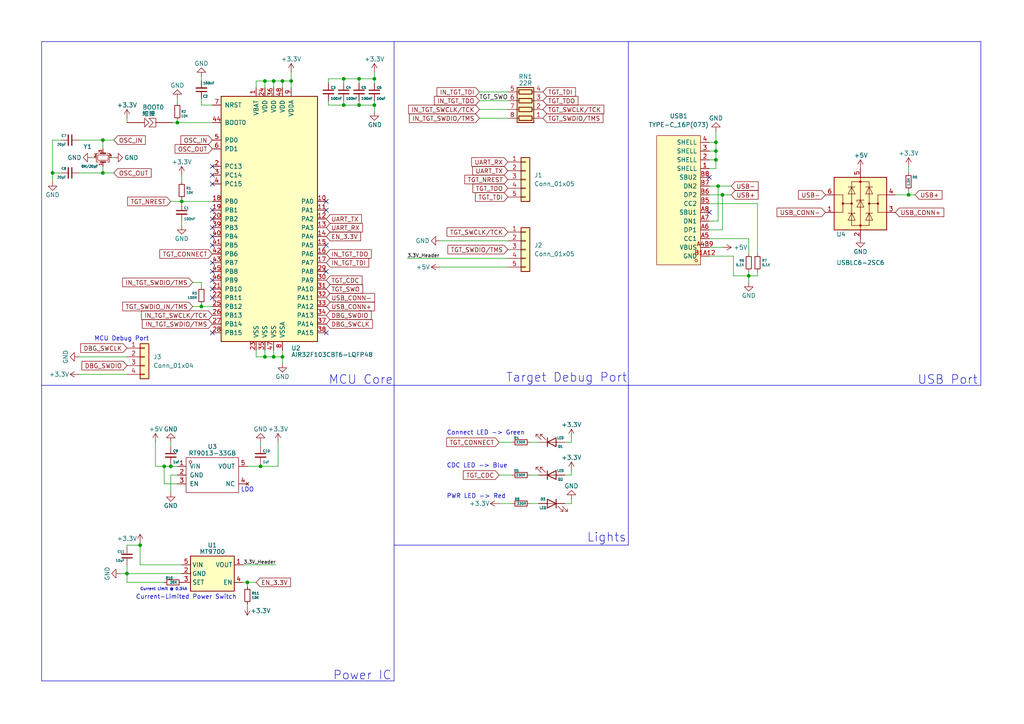
<source format=kicad_sch>
(kicad_sch (version 20211123) (generator eeschema)
  (paper "A4")
  (title_block (title "SWD WHISPERER") (date "2023-02-06") (rev "1.6") (company "[REDACTED]") (comment 1 "SWD, JTAG, USB CDC, ITM Trace/SWO") (comment 2 "This DAPLink Hardware Build Support:"))
  (lib_symbols
    (symbol "Connector_Generic:Conn_01x04" (pin_names (offset 1.016) hide)
      (property "Reference" "J" (at 0 5.08 0))
      (property "Value" "Conn_01x04" (at 0 -7.62 0))
      (symbol "Conn_01x04_1_1"
        (rectangle (start -1.27 -4.953) (end 0 -5.207) (stroke (width 0.1524)))
        (rectangle (start -1.27 -2.413) (end 0 -2.667) (stroke (width 0.1524)))
        (rectangle (start -1.27 0.127) (end 0 -0.127) (stroke (width 0.1524)))
        (rectangle (start -1.27 2.667) (end 0 2.413) (stroke (width 0.1524)))
        (rectangle (start -1.27 3.81) (end 1.27 -6.35) (stroke (width 0.254)) (fill (type background)))
        (pin passive line (at -5.08 2.54 0) (length 3.81) (name "Pin_1") (number "1"))
        (pin passive line (at -5.08 0 0) (length 3.81) (name "Pin_2") (number "2"))
        (pin passive line (at -5.08 -2.54 0) (length 3.81) (name "Pin_3") (number "3"))
        (pin passive line (at -5.08 -5.08 0) (length 3.81) (name "Pin_4") (number "4"))
      )
    )
    (symbol "Connector_Generic:Conn_01x05" (pin_names (offset 1.016) hide)
      (property "Reference" "J" (at 0 7.62 0))
      (property "Value" "Conn_01x05" (at 0 -7.62 0))
      (symbol "Conn_01x05_1_1"
        (rectangle (start -1.27 -4.953) (end 0 -5.207) (stroke (width 0.1524)))
        (rectangle (start -1.27 -2.413) (end 0 -2.667) (stroke (width 0.1524)))
        (rectangle (start -1.27 0.127) (end 0 -0.127) (stroke (width 0.1524)))
        (rectangle (start -1.27 2.667) (end 0 2.413) (stroke (width 0.1524)))
        (rectangle (start -1.27 5.207) (end 0 4.953) (stroke (width 0.1524)))
        (rectangle (start -1.27 6.35) (end 1.27 -6.35) (stroke (width 0.254)) (fill (type background)))
        (pin passive line (at -5.08 5.08 0) (length 3.81) (name "Pin_1") (number "1"))
        (pin passive line (at -5.08 2.54 0) (length 3.81) (name "Pin_2") (number "2"))
        (pin passive line (at -5.08 0 0) (length 3.81) (name "Pin_3") (number "3"))
        (pin passive line (at -5.08 -2.54 0) (length 3.81) (name "Pin_4") (number "4"))
        (pin passive line (at -5.08 -5.08 0) (length 3.81) (name "Pin_5") (number "5"))
      )
    )
    (symbol "Device:C_Small" (pin_numbers hide) (pin_names (offset 0.254) hide)
      (property "Reference" "C" (at 0.254 1.778 0))
      (property "Value" "C_Small" (at 0.254 -2.032 0))
      (symbol "C_Small_0_1"
        (polyline (pts (xy -1.524 -0.508) (xy 1.524 -0.508)) (stroke (width 0.3302)))
        (polyline (pts (xy -1.524 0.508) (xy 1.524 0.508)) (stroke (width 0.3048)))
      )
      (symbol "C_Small_1_1"
        (pin passive line (at 0 2.54 270) (length 2.032) (name "~") (number "1"))
        (pin passive line (at 0 -2.54 90) (length 2.032) (name "~") (number "2"))
      )
    )
    (symbol "Device:Crystal_GND24_Small" (pin_names (offset 1.016) hide)
      (property "Reference" "Y" (at 1.27 4.445 0))
      (property "Value" "Crystal_GND24_Small" (at 1.27 2.54 0))
      (symbol "Crystal_GND24_Small_0_1"
        (rectangle (start -0.762 -1.524) (end 0.762 1.524))
        (polyline (pts (xy -1.27 -0.762) (xy -1.27 0.762)) (stroke (width 0.381)))
        (polyline (pts (xy 1.27 -0.762) (xy 1.27 0.762)) (stroke (width 0.381)))
        (polyline (pts (xy -1.27 -1.27) (xy -1.27 -1.905) (xy 1.27 -1.905) (xy 1.27 -1.27)))
        (polyline (pts (xy -1.27 1.27) (xy -1.27 1.905) (xy 1.27 1.905) (xy 1.27 1.27)))
      )
      (symbol "Crystal_GND24_Small_1_1"
        (pin passive line (at -2.54 0 0) (length 1.27) (name "1") (number "1"))
        (pin passive line (at 0 -2.54 90) (length 0.635) (name "2") (number "2"))
        (pin passive line (at 2.54 0 180) (length 1.27) (name "3") (number "3"))
        (pin passive line (at 0 2.54 270) (length 0.635) (name "4") (number "4"))
      )
    )
    (symbol "Device:LED" (pin_numbers hide) (pin_names (offset 1.016) hide)
      (property "Reference" "D" (at 0 2.54 0))
      (property "Value" "LED" (at 0 -2.54 0))
      (symbol "LED_0_1"
        (polyline (pts (xy -1.27 -1.27) (xy -1.27 1.27)) (stroke (width 0.254)))
        (polyline (pts (xy -1.27 0) (xy 1.27 0)))
        (polyline (pts (xy 1.27 -1.27) (xy 1.27 1.27) (xy -1.27 0) (xy 1.27 -1.27)) (stroke (width 0.254)))
        (polyline (pts (xy -3.048 -0.762) (xy -4.572 -2.286) (xy -3.81 -2.286) (xy -4.572 -2.286) (xy -4.572 -1.524)))
        (polyline (pts (xy -1.778 -0.762) (xy -3.302 -2.286) (xy -2.54 -2.286) (xy -3.302 -2.286) (xy -3.302 -1.524)))
      )
      (symbol "LED_1_1"
        (pin passive line (at -3.81 0 0) (length 2.54) (name "K") (number "1"))
        (pin passive line (at 3.81 0 180) (length 2.54) (name "A") (number "2"))
      )
    )
    (symbol "Device:R_Pack04" (pin_names (offset 0) hide)
      (property "Reference" "RN" (at -7.62 0 90))
      (property "Value" "R_Pack04" (at 5.08 0 90))
      (symbol "R_Pack04_0_1"
        (rectangle (start -6.35 -2.413) (end 3.81 2.413) (stroke (width 0.254)) (fill (type background)))
        (rectangle (start -5.715 1.905) (end -4.445 -1.905) (stroke (width 0.254)))
        (rectangle (start -3.175 1.905) (end -1.905 -1.905) (stroke (width 0.254)))
        (rectangle (start -0.635 1.905) (end 0.635 -1.905) (stroke (width 0.254)))
        (polyline (pts (xy -5.08 -2.54) (xy -5.08 -1.905)))
        (polyline (pts (xy -5.08 1.905) (xy -5.08 2.54)))
        (polyline (pts (xy -2.54 -2.54) (xy -2.54 -1.905)))
        (polyline (pts (xy -2.54 1.905) (xy -2.54 2.54)))
        (polyline (pts (xy 0 -2.54) (xy 0 -1.905)))
        (polyline (pts (xy 0 1.905) (xy 0 2.54)))
        (polyline (pts (xy 2.54 -2.54) (xy 2.54 -1.905)))
        (polyline (pts (xy 2.54 1.905) (xy 2.54 2.54)))
        (rectangle (start 1.905 1.905) (end 3.175 -1.905) (stroke (width 0.254)))
      )
      (symbol "R_Pack04_1_1"
        (pin passive line (at -5.08 -5.08 90) (length 2.54) (name "R1.1") (number "1"))
        (pin passive line (at -2.54 -5.08 90) (length 2.54) (name "R2.1") (number "2"))
        (pin passive line (at 0 -5.08 90) (length 2.54) (name "R3.1") (number "3"))
        (pin passive line (at 2.54 -5.08 90) (length 2.54) (name "R4.1") (number "4"))
        (pin passive line (at 2.54 5.08 270) (length 2.54) (name "R4.2") (number "5"))
        (pin passive line (at 0 5.08 270) (length 2.54) (name "R3.2") (number "6"))
        (pin passive line (at -2.54 5.08 270) (length 2.54) (name "R2.2") (number "7"))
        (pin passive line (at -5.08 5.08 270) (length 2.54) (name "R1.2") (number "8"))
      )
    )
    (symbol "Device:R_Small" (pin_numbers hide) (pin_names (offset 0.254) hide)
      (property "Reference" "R" (at 0.762 0.508 0))
      (property "Value" "R_Small" (at 0.762 -1.016 0))
      (symbol "R_Small_0_1"
        (rectangle (start -0.762 1.778) (end 0.762 -1.778) (stroke (width 0.2032)))
      )
      (symbol "R_Small_1_1"
        (pin passive line (at 0 2.54 270) (length 0.762) (name "~") (number "1"))
        (pin passive line (at 0 -2.54 90) (length 0.762) (name "~") (number "2"))
      )
    )
    (symbol "Power_Protection:USBLC6-2SC6" (pin_names hide)
      (property "Reference" "U" (at 2.54 8.89 0))
      (property "Value" "USBLC6-2SC6" (at 2.54 -8.89 0))
      (symbol "USBLC6-2SC6_0_1"
        (rectangle (start -7.62 -7.62) (end 7.62 7.62) (stroke (width 0.254)) (fill (type background)))
        (circle (center -5.08 0) (radius 0.254) (fill (type outline)))
        (circle (center -2.54 0) (radius 0.254) (fill (type outline)))
        (rectangle (start -2.54 6.35) (end 2.54 -6.35))
        (circle (center 0 -6.35) (radius 0.254) (fill (type outline)))
        (polyline (pts (xy -5.08 -2.54) (xy -7.62 -2.54)))
        (polyline (pts (xy -5.08 0) (xy -5.08 -2.54)))
        (polyline (pts (xy -5.08 2.54) (xy -7.62 2.54)))
        (polyline (pts (xy -1.524 -2.794) (xy -3.556 -2.794)))
        (polyline (pts (xy -1.524 4.826) (xy -3.556 4.826)))
        (polyline (pts (xy 0 -7.62) (xy 0 -6.35)))
        (polyline (pts (xy 0 -6.35) (xy 0 1.27)))
        (polyline (pts (xy 0 1.27) (xy 0 6.35)))
        (polyline (pts (xy 0 6.35) (xy 0 7.62)))
        (polyline (pts (xy 1.524 -2.794) (xy 3.556 -2.794)))
        (polyline (pts (xy 1.524 4.826) (xy 3.556 4.826)))
        (polyline (pts (xy 5.08 -2.54) (xy 7.62 -2.54)))
        (polyline (pts (xy 5.08 0) (xy 5.08 -2.54)))
        (polyline (pts (xy 5.08 2.54) (xy 7.62 2.54)))
        (polyline (pts (xy -2.54 0) (xy -5.08 0) (xy -5.08 2.54)))
        (polyline (pts (xy 2.54 0) (xy 5.08 0) (xy 5.08 2.54)))
        (polyline (pts (xy -3.556 -4.826) (xy -1.524 -4.826) (xy -2.54 -2.794) (xy -3.556 -4.826)))
        (polyline (pts (xy -3.556 2.794) (xy -1.524 2.794) (xy -2.54 4.826) (xy -3.556 2.794)))
        (polyline (pts (xy -1.016 -1.016) (xy 1.016 -1.016) (xy 0 1.016) (xy -1.016 -1.016)))
        (polyline (pts (xy 1.016 1.016) (xy 0.762 1.016) (xy -1.016 1.016) (xy -1.016 0.508)))
        (polyline (pts (xy 3.556 -4.826) (xy 1.524 -4.826) (xy 2.54 -2.794) (xy 3.556 -4.826)))
        (polyline (pts (xy 3.556 2.794) (xy 1.524 2.794) (xy 2.54 4.826) (xy 3.556 2.794)))
        (circle (center 0 6.35) (radius 0.254) (fill (type outline)))
        (circle (center 2.54 0) (radius 0.254) (fill (type outline)))
        (circle (center 5.08 0) (radius 0.254) (fill (type outline)))
      )
      (symbol "USBLC6-2SC6_1_1"
        (pin passive line (at -10.16 -2.54 0) (length 2.54) (name "I/O1") (number "1"))
        (pin passive line (at 0 -10.16 90) (length 2.54) (name "GND") (number "2"))
        (pin passive line (at 10.16 -2.54 180) (length 2.54) (name "I/O2") (number "3"))
        (pin passive line (at 10.16 2.54 180) (length 2.54) (name "I/O2") (number "4"))
        (pin passive line (at 0 10.16 270) (length 2.54) (name "VBUS") (number "5"))
        (pin passive line (at -10.16 2.54 0) (length 2.54) (name "I/O1") (number "6"))
      )
    )
    (symbol "Shaojie_Custom:AIR32F103CBT6-LQFP48" (pin_names (offset 1.016))
      (property "Reference" "U" (at -13.335 43.18 0))
      (property "Value" "AIR32F103CBT6-LQFP48" (at 17.145 -31.115 0))
      (symbol "AIR32F103CBT6-LQFP48_0_1"
        (rectangle (start -13.97 -29.21) (end 13.97 41.91) (stroke (width 0.254)) (fill (type background)))
      )
      (symbol "AIR32F103CBT6-LQFP48_1_1"
        (pin power_in line (at -3.81 44.45 270) (length 2.54) (name "VBAT") (number "1"))
        (pin bidirectional line (at 16.51 11.43 180) (length 2.54) (name "PA0") (number "10"))
        (pin bidirectional line (at 16.51 8.89 180) (length 2.54) (name "PA1") (number "11"))
        (pin bidirectional line (at 16.51 6.35 180) (length 2.54) (name "PA2") (number "12"))
        (pin bidirectional line (at 16.51 3.81 180) (length 2.54) (name "PA3") (number "13"))
        (pin bidirectional line (at 16.51 1.27 180) (length 2.54) (name "PA4") (number "14"))
        (pin bidirectional line (at 16.51 -1.27 180) (length 2.54) (name "PA5") (number "15"))
        (pin bidirectional line (at 16.51 -3.81 180) (length 2.54) (name "PA6") (number "16"))
        (pin bidirectional line (at 16.51 -6.35 180) (length 2.54) (name "PA7") (number "17"))
        (pin bidirectional line (at -16.51 11.43 0) (length 2.54) (name "PB0") (number "18"))
        (pin bidirectional line (at -16.51 8.89 0) (length 2.54) (name "PB1") (number "19"))
        (pin bidirectional line (at -16.51 21.59 0) (length 2.54) (name "PC13") (number "2"))
        (pin bidirectional line (at -16.51 6.35 0) (length 2.54) (name "PB2") (number "20"))
        (pin bidirectional line (at -16.51 -13.97 0) (length 2.54) (name "PB10") (number "21"))
        (pin bidirectional line (at -16.51 -16.51 0) (length 2.54) (name "PB11") (number "22"))
        (pin passive line (at -3.81 -31.75 90) (length 2.54) (name "VSS") (number "23"))
        (pin power_in line (at -1.27 44.45 270) (length 2.54) (name "VDD") (number "24"))
        (pin bidirectional line (at -16.51 -19.05 0) (length 2.54) (name "PB12") (number "25"))
        (pin bidirectional line (at -16.51 -21.59 0) (length 2.54) (name "PB13") (number "26"))
        (pin bidirectional line (at -16.51 -24.13 0) (length 2.54) (name "PB14") (number "27"))
        (pin bidirectional line (at -16.51 -26.67 0) (length 2.54) (name "PB15") (number "28"))
        (pin bidirectional line (at 16.51 -8.89 180) (length 2.54) (name "PA8") (number "29"))
        (pin bidirectional line (at -16.51 19.05 0) (length 2.54) (name "PC14") (number "3"))
        (pin bidirectional line (at 16.51 -11.43 180) (length 2.54) (name "PA9") (number "30"))
        (pin bidirectional line (at 16.51 -13.97 180) (length 2.54) (name "PA10") (number "31"))
        (pin bidirectional line (at 16.51 -16.51 180) (length 2.54) (name "PA11") (number "32"))
        (pin bidirectional line (at 16.51 -19.05 180) (length 2.54) (name "PA12") (number "33"))
        (pin bidirectional line (at 16.51 -21.59 180) (length 2.54) (name "PA13") (number "34"))
        (pin passive line (at -1.27 -31.75 90) (length 2.54) (name "VSS") (number "35"))
        (pin power_in line (at 1.27 44.45 270) (length 2.54) (name "VDD") (number "36"))
        (pin bidirectional line (at 16.51 -24.13 180) (length 2.54) (name "PA14") (number "37"))
        (pin bidirectional line (at 16.51 -26.67 180) (length 2.54) (name "PA15") (number "38"))
        (pin bidirectional line (at -16.51 3.81 0) (length 2.54) (name "PB3") (number "39"))
        (pin bidirectional line (at -16.51 16.51 0) (length 2.54) (name "PC15") (number "4"))
        (pin bidirectional line (at -16.51 1.27 0) (length 2.54) (name "PB4") (number "40"))
        (pin bidirectional line (at -16.51 -1.27 0) (length 2.54) (name "PB5") (number "41"))
        (pin bidirectional line (at -16.51 -3.81 0) (length 2.54) (name "PB6") (number "42"))
        (pin bidirectional line (at -16.51 -6.35 0) (length 2.54) (name "PB7") (number "43"))
        (pin input line (at -16.51 34.29 0) (length 2.54) (name "BOOT0") (number "44"))
        (pin bidirectional line (at -16.51 -8.89 0) (length 2.54) (name "PB8") (number "45"))
        (pin bidirectional line (at -16.51 -11.43 0) (length 2.54) (name "PB9") (number "46"))
        (pin passive line (at 1.27 -31.75 90) (length 2.54) (name "VSS") (number "47"))
        (pin power_in line (at 3.81 44.45 270) (length 2.54) (name "VDD") (number "48"))
        (pin input line (at -16.51 29.21 0) (length 2.54) (name "PD0") (number "5"))
        (pin input line (at -16.51 26.67 0) (length 2.54) (name "PD1") (number "6"))
        (pin input line (at -16.51 39.37 0) (length 2.54) (name "NRST") (number "7"))
        (pin passive line (at 3.81 -31.75 90) (length 2.54) (name "VSSA") (number "8"))
        (pin power_in line (at 6.35 44.45 270) (length 2.54) (name "VDDA") (number "9"))
      )
    )
    (symbol "Shaojie_Custom:MT9700"
      (property "Reference" "U" (at -5.715 6.35 0))
      (property "Value" "MT9700" (at 0 -6.35 0))
      (symbol "MT9700_0_1"
        (rectangle (start -6.35 5.08) (end 6.35 -5.08) (stroke (width 0.254)) (fill (type background)))
      )
      (symbol "MT9700_1_1"
        (pin passive line (at 8.89 2.54 180) (length 2.54) (name "VOUT") (number "1"))
        (pin power_in line (at -8.89 0 0) (length 2.54) (name "GND") (number "2"))
        (pin passive line (at -8.89 -2.54 0) (length 2.54) (name "SET") (number "3"))
        (pin input line (at 8.89 -2.54 180) (length 2.54) (name "EN") (number "4"))
        (pin power_in line (at -8.89 2.54 0) (length 2.54) (name "VIN") (number "5"))
      )
    )
    (symbol "Shaojie_Custom:RT9013-33GB" (pin_names (offset 1.016))
      (property "Reference" "U" (at 0 -6.35 0))
      (property "Value" "TPAP2125K-3.3TRE1" (at 0 6.35 0))
      (symbol "RT9013-33GB_1_1"
        (rectangle (start -7.62 -5.08) (end 7.62 5.08))
        (circle (center -6.35 3.81) (radius 0.381))
        (pin power_in line (at -10.16 2.54 0) (length 2.54) (name "VIN") (number "1"))
        (pin passive line (at -10.16 0 0) (length 2.54) (name "GND") (number "2"))
        (pin input line (at -10.16 -2.54 0) (length 2.54) (name "EN") (number "3"))
        (pin no_connect line (at 10.16 -2.54 180) (length 2.54) (name "NC") (number "4"))
        (pin power_out line (at 10.16 2.54 180) (length 2.54) (name "VOUT") (number "5"))
      )
    )
    (symbol "Shaojie_Custom:TYPE-C_16P(073)" (pin_names (offset 1.016))
      (property "Reference" "USB" (at -3.81 -19.685 0))
      (property "Value" "TYPE-C_16P(073)" (at 3.175 20.32 0))
      (symbol "TYPE-C_16P(073)_1_1"
        (rectangle (start -5.715 19.05) (end 6.985 -18.415) (fill (type background)))
        (circle (center -4.445 17.78) (radius 0.381))
        (pin passive line (at -8.255 -8.89 0) (length 2.54) (name "SHELL") (number "1"))
        (pin passive line (at -8.255 -11.43 0) (length 2.54) (name "SHELL") (number "2"))
        (pin passive line (at -8.255 -13.97 0) (length 2.54) (name "SHELL") (number "3"))
        (pin passive line (at -8.255 -16.51 0) (length 2.54) (name "SHELL") (number "4"))
        (pin passive line (at -8.255 16.51 0) (length 2.54) hide (name "GND") (number "A1B12"))
        (pin power_out line (at -8.255 13.97 0) (length 2.54) (name "VBUS") (number "A4B9"))
        (pin bidirectional line (at -8.255 11.43 0) (length 2.54) (name "CC1") (number "A5"))
        (pin bidirectional line (at -8.255 8.89 0) (length 2.54) (name "DP1") (number "A6"))
        (pin bidirectional line (at -8.255 6.35 0) (length 2.54) (name "DN1") (number "A7"))
        (pin bidirectional line (at -8.255 3.81 0) (length 2.54) (name "SBU1") (number "A8"))
        (pin power_out line (at -8.255 16.51 0) (length 2.54) (name "GND") (number "B1A12"))
        (pin bidirectional line (at -8.255 1.27 0) (length 2.54) (name "CC2") (number "B5"))
        (pin bidirectional line (at -8.255 -1.27 0) (length 2.54) (name "DP2") (number "B6"))
        (pin bidirectional line (at -8.255 -3.81 0) (length 2.54) (name "DN2") (number "B7"))
        (pin bidirectional line (at -8.255 -6.35 0) (length 2.54) (name "SBU2") (number "B8"))
      )
    )
    (symbol "Shaojie_Custom:短接" (pin_numbers hide) (pin_names (offset 1.016) hide)
      (property "Reference" "U" (at 0 -3.175 0))
      (property "Value" "短接" (at 0 -5.08 0))
      (symbol "短接_1_1"
        (polyline (pts (xy -1.27 1.27) (xy -1.27 -1.27) (xy 0 0) (xy -1.27 1.27)))
        (polyline (pts (xy 0 1.27) (xy 1.27 0) (xy 0 -1.27) (xy 2.032 -1.27) (xy 2.032 0) (xy 2.032 1.27) (xy 0 1.27)))
        (pin passive line (at -6.35 0 0) (length 5.08) (name "1") (number "1"))
        (pin passive line (at 6.985 0 180) (length 5.08) (name "2") (number "2"))
      )
    )
    (symbol "power:+3.3V" (power) (pin_names (offset 0))
      (property "Value" "+3.3V" (at 0 3.556 0))
      (symbol "+3.3V_0_1"
        (polyline (pts (xy -0.762 1.27) (xy 0 2.54)))
        (polyline (pts (xy 0 0) (xy 0 2.54)))
        (polyline (pts (xy 0 2.54) (xy 0.762 1.27)))
      )
      (symbol "+3.3V_1_1"
        (pin power_in line (at 0 0 90) (length 0) hide (name "+3.3V") (number "1"))
      )
    )
    (symbol "power:+5V" (power) (pin_names (offset 0))
      (property "Value" "+5V" (at 0 3.556 0))
      (symbol "+5V_0_1"
        (polyline (pts (xy -0.762 1.27) (xy 0 2.54)))
        (polyline (pts (xy 0 0) (xy 0 2.54)))
        (polyline (pts (xy 0 2.54) (xy 0.762 1.27)))
      )
      (symbol "+5V_1_1"
        (pin power_in line (at 0 0 90) (length 0) hide (name "+5V") (number "1"))
      )
    )
    (symbol "power:GND" (power) (pin_names (offset 0))
      (property "Value" "GND" (at 0 -3.81 0))
      (symbol "GND_0_1"
        (polyline (pts (xy 0 0) (xy 0 -1.27) (xy 1.27 -1.27) (xy 0 -2.54) (xy -1.27 -1.27) (xy 0 -1.27)))
      )
      (symbol "GND_1_1"
        (pin power_in line (at 0 0 270) (length 0) hide (name "GND") (number "1"))
      )
    )
  )
  (junction (at 51.435 35.56))
  (junction (at 36.83 166.37))
  (junction (at 81.915 103.505))
  (junction (at 208.28 53.975))
  (junction (at 104.14 30.48))
  (junction (at 52.705 58.42))
  (junction (at 40.64 158.115))
  (junction (at 263.525 56.515))
  (junction (at 29.845 50.165))
  (junction (at 76.835 23.495))
  (junction (at 99.695 22.86))
  (junction (at 207.645 46.355))
  (junction (at 75.565 135.255))
  (junction (at 49.53 135.255))
  (junction (at 29.845 40.64))
  (junction (at 99.695 30.48))
  (junction (at 58.42 88.9))
  (junction (at 104.14 22.86))
  (junction (at 15.24 50.165))
  (junction (at 47.625 135.255))
  (junction (at 79.375 23.495))
  (junction (at 71.755 168.91))
  (junction (at 217.17 80.01))
  (junction (at 81.915 23.495))
  (junction (at 76.835 103.505))
  (junction (at 108.585 22.86))
  (junction (at 84.455 23.495))
  (junction (at 209.55 56.515))
  (junction (at 207.645 43.815))
  (junction (at 79.375 103.505))
  (junction (at 207.645 41.275))
  (junction (at 108.585 30.48))
  (no_connect (at 205.74 61.595))
  (no_connect (at 61.595 60.96))
  (no_connect (at 61.595 86.36))
  (no_connect (at 61.595 81.28))
  (no_connect (at 61.595 83.82))
  (no_connect (at 61.595 96.52))
  (no_connect (at 61.595 63.5))
  (no_connect (at 94.615 71.12))
  (no_connect (at 61.595 66.04))
  (no_connect (at 61.595 48.26))
  (no_connect (at 61.595 78.74))
  (no_connect (at 61.595 68.58))
  (no_connect (at 61.595 53.34))
  (no_connect (at 94.615 78.74))
  (no_connect (at 61.595 76.2))
  (no_connect (at 61.595 71.12))
  (no_connect (at 94.615 58.42))
  (no_connect (at 94.615 60.96))
  (no_connect (at 94.615 96.52))
  (no_connect (at 61.595 50.8))
  (no_connect (at 205.74 51.435))
  (wire (pts (xy 84.455 20.955) (xy 84.455 23.495)))
  (wire (pts (xy 205.74 64.135) (xy 208.28 64.135)))
  (wire (pts (xy 58.42 30.48) (xy 58.42 28.575)))
  (wire (pts (xy 51.435 34.925) (xy 51.435 35.56)))
  (wire (pts (xy 36.83 158.75) (xy 36.83 158.115)))
  (wire (pts (xy 205.74 46.355) (xy 207.645 46.355)))
  (wire (pts (xy 17.78 40.64) (xy 15.24 40.64)))
  (wire (pts (xy 207.645 38.1) (xy 207.645 41.275)))
  (wire (pts (xy 76.835 23.495) (xy 79.375 23.495)))
  (wire (pts (xy 80.645 128.27) (xy 80.645 135.255)))
  (wire (pts (xy 108.585 30.48) (xy 108.585 32.385)))
  (wire (pts (xy 205.74 71.755) (xy 209.55 71.755)))
  (wire (pts (xy 205.74 56.515) (xy 209.55 56.515)))
  (wire (pts (xy 15.24 50.165) (xy 15.24 52.705)))
  (wire (pts (xy 139.065 34.29) (xy 147.32 34.29)))
  (wire (pts (xy 49.53 137.795) (xy 49.53 142.875)))
  (wire (pts (xy 49.53 58.42) (xy 52.705 58.42)))
  (wire (pts (xy 99.695 22.86) (xy 104.14 22.86)))
  (wire (pts (xy 165.735 127) (xy 165.735 128.27)))
  (wire (pts (xy 207.645 41.275) (xy 207.645 43.815)))
  (wire (pts (xy 36.83 166.37) (xy 52.705 166.37)))
  (wire (pts (xy 51.435 137.795) (xy 49.53 137.795)))
  (wire (pts (xy 153.67 128.27) (xy 156.21 128.27)))
  (wire (pts (xy 22.86 108.585) (xy 36.83 108.585)))
  (wire (pts (xy 74.295 23.495) (xy 76.835 23.495)))
  (wire (pts (xy 217.17 80.01) (xy 217.17 81.915)))
  (wire (pts (xy 27.305 45.72) (xy 26.67 45.72)))
  (wire (pts (xy 163.83 146.05) (xy 165.735 146.05)))
  (wire (pts (xy 29.845 48.26) (xy 29.845 50.165)))
  (wire (pts (xy 52.705 58.42) (xy 61.595 58.42)))
  (wire (pts (xy 79.375 103.505) (xy 81.915 103.505)))
  (wire (pts (xy 47.625 168.91) (xy 36.83 168.91)))
  (wire (pts (xy 104.14 29.21) (xy 104.14 30.48)))
  (wire (pts (xy 139.065 26.67) (xy 147.32 26.67)))
  (wire (pts (xy 144.78 128.27) (xy 148.59 128.27)))
  (wire (pts (xy 79.375 101.6) (xy 79.375 103.505)))
  (wire (pts (xy 81.915 101.6) (xy 81.915 103.505)))
  (wire (pts (xy 33.02 40.64) (xy 29.845 40.64)))
  (wire (pts (xy 40.64 157.48) (xy 40.64 158.115)))
  (wire (pts (xy 108.585 29.21) (xy 108.585 30.48)))
  (wire (pts (xy 144.78 137.795) (xy 148.59 137.795)))
  (wire (pts (xy 99.695 30.48) (xy 104.14 30.48)))
  (wire (pts (xy 40.64 158.115) (xy 40.64 163.83)))
  (wire (pts (xy 74.295 101.6) (xy 74.295 103.505)))
  (wire (pts (xy 15.24 40.64) (xy 15.24 50.165)))
  (wire (pts (xy 29.845 40.64) (xy 29.845 43.18)))
  (wire (pts (xy 99.695 29.21) (xy 99.695 30.48)))
  (wire (pts (xy 127.635 69.85) (xy 147.32 69.85)))
  (wire (pts (xy 165.735 146.05) (xy 165.735 144.78)))
  (wire (pts (xy 165.735 128.27) (xy 163.83 128.27)))
  (wire (pts (xy 74.295 25.4) (xy 74.295 23.495)))
  (wire (pts (xy 74.295 168.91) (xy 71.755 168.91)))
  (wire (pts (xy 74.295 103.505) (xy 76.835 103.505)))
  (wire (pts (xy 205.74 53.975) (xy 208.28 53.975)))
  (wire (pts (xy 205.74 66.675) (xy 209.55 66.675)))
  (wire (pts (xy 219.71 59.055) (xy 219.71 73.66)))
  (wire (pts (xy 139.065 31.75) (xy 147.32 31.75)))
  (wire (pts (xy 45.085 135.255) (xy 45.085 128.27)))
  (wire (pts (xy 263.525 48.26) (xy 263.525 50.165)))
  (wire (pts (xy 212.725 74.295) (xy 212.725 80.01)))
  (wire (pts (xy 70.485 163.83) (xy 80.01 163.83)))
  (wire (pts (xy 207.645 43.815) (xy 207.645 46.355)))
  (wire (pts (xy 55.88 88.9) (xy 58.42 88.9)))
  (wire (pts (xy 217.17 78.74) (xy 217.17 80.01)))
  (wire (pts (xy 208.28 53.975) (xy 212.09 53.975)))
  (wire (pts (xy 205.74 41.275) (xy 207.645 41.275)))
  (wire (pts (xy 51.435 140.335) (xy 47.625 140.335)))
  (wire (pts (xy 40.64 163.83) (xy 52.705 163.83)))
  (wire (pts (xy 265.43 56.515) (xy 263.525 56.515)))
  (wire (pts (xy 71.755 168.91) (xy 71.755 170.18)))
  (wire (pts (xy 205.74 43.815) (xy 207.645 43.815)))
  (wire (pts (xy 47.625 135.255) (xy 45.085 135.255)))
  (wire (pts (xy 49.53 135.255) (xy 47.625 135.255)))
  (wire (pts (xy 58.42 81.915) (xy 55.88 81.915)))
  (wire (pts (xy 209.55 66.675) (xy 209.55 56.515)))
  (wire (pts (xy 205.74 69.215) (xy 217.17 69.215)))
  (polyline (pts (xy 12.065 111.76) (xy 12.065 12.065)) (stroke (width 0) (type solid)))
  (wire (pts (xy 153.67 137.795) (xy 156.21 137.795)))
  (wire (pts (xy 58.42 88.9) (xy 61.595 88.9)))
  (polyline (pts (xy 114.3 111.76) (xy 182.245 111.76)) (stroke (width 0) (type solid)))
  (wire (pts (xy 108.585 22.86) (xy 108.585 24.13)))
  (wire (pts (xy 47.625 140.335) (xy 47.625 135.255)))
  (wire (pts (xy 52.705 50.8) (xy 52.705 52.705)))
  (wire (pts (xy 81.915 103.505) (xy 81.915 105.41)))
  (wire (pts (xy 84.455 23.495) (xy 84.455 25.4)))
  (wire (pts (xy 165.735 136.525) (xy 165.735 137.795)))
  (wire (pts (xy 104.14 22.86) (xy 108.585 22.86)))
  (wire (pts (xy 81.915 23.495) (xy 84.455 23.495)))
  (wire (pts (xy 71.755 175.26) (xy 71.755 175.895)))
  (wire (pts (xy 219.71 80.01) (xy 217.17 80.01)))
  (wire (pts (xy 49.53 128.27) (xy 49.53 129.54)))
  (wire (pts (xy 127.635 77.47) (xy 147.32 77.47)))
  (wire (pts (xy 219.71 78.74) (xy 219.71 80.01)))
  (wire (pts (xy 52.705 57.785) (xy 52.705 58.42)))
  (wire (pts (xy 50.165 35.56) (xy 51.435 35.56)))
  (wire (pts (xy 95.25 22.86) (xy 99.695 22.86)))
  (wire (pts (xy 263.525 56.515) (xy 259.715 56.515)))
  (wire (pts (xy 205.74 48.895) (xy 207.645 48.895)))
  (wire (pts (xy 104.14 30.48) (xy 108.585 30.48)))
  (polyline (pts (xy 182.245 111.76) (xy 182.245 158.115)) (stroke (width 0) (type solid)))
  (wire (pts (xy 75.565 134.62) (xy 75.565 135.255)))
  (wire (pts (xy 205.74 59.055) (xy 219.71 59.055)))
  (wire (pts (xy 22.86 103.505) (xy 36.83 103.505)))
  (polyline (pts (xy 114.3 111.76) (xy 114.3 197.485)) (stroke (width 0) (type solid)))
  (wire (pts (xy 205.74 74.295) (xy 212.725 74.295)))
  (wire (pts (xy 49.53 135.255) (xy 51.435 135.255)))
  (wire (pts (xy 263.525 55.245) (xy 263.525 56.515)))
  (wire (pts (xy 17.78 50.165) (xy 15.24 50.165)))
  (wire (pts (xy 36.83 163.83) (xy 36.83 166.37)))
  (wire (pts (xy 217.17 69.215) (xy 217.17 73.66)))
  (polyline (pts (xy 114.3 111.76) (xy 12.065 111.76)) (stroke (width 0) (type solid)))
  (wire (pts (xy 165.735 137.795) (xy 163.83 137.795)))
  (polyline (pts (xy 182.245 12.065) (xy 284.48 12.065)) (stroke (width 0) (type solid)))
  (polyline (pts (xy 114.3 197.485) (xy 12.065 197.485)) (stroke (width 0) (type solid)))
  (wire (pts (xy 95.25 30.48) (xy 99.695 30.48)))
  (wire (pts (xy 29.845 50.165) (xy 22.86 50.165)))
  (wire (pts (xy 76.835 103.505) (xy 79.375 103.505)))
  (wire (pts (xy 52.705 64.135) (xy 52.705 65.405)))
  (wire (pts (xy 34.925 166.37) (xy 36.83 166.37)))
  (polyline (pts (xy 12.065 12.065) (xy 182.245 12.065)) (stroke (width 0) (type solid)))
  (wire (pts (xy 208.28 64.135) (xy 208.28 53.975)))
  (wire (pts (xy 58.42 88.265) (xy 58.42 88.9)))
  (wire (pts (xy 75.565 128.27) (xy 75.565 129.54)))
  (wire (pts (xy 212.725 80.01) (xy 217.17 80.01)))
  (wire (pts (xy 33.02 45.72) (xy 32.385 45.72)))
  (wire (pts (xy 71.755 168.91) (xy 70.485 168.91)))
  (wire (pts (xy 36.83 158.115) (xy 40.64 158.115)))
  (wire (pts (xy 148.59 146.05) (xy 144.78 146.05)))
  (wire (pts (xy 95.25 29.21) (xy 95.25 30.48)))
  (wire (pts (xy 104.14 22.86) (xy 104.14 24.13)))
  (polyline (pts (xy 182.245 158.115) (xy 114.3 158.115)) (stroke (width 0) (type solid)))
  (wire (pts (xy 108.585 20.955) (xy 108.585 22.86)))
  (wire (pts (xy 51.435 28.575) (xy 51.435 29.845)))
  (wire (pts (xy 58.42 83.185) (xy 58.42 81.915)))
  (wire (pts (xy 76.835 25.4) (xy 76.835 23.495)))
  (wire (pts (xy 118.11 74.93) (xy 147.32 74.93)))
  (polyline (pts (xy 12.065 197.485) (xy 12.065 111.76)) (stroke (width 0) (type solid)))
  (wire (pts (xy 99.695 22.86) (xy 99.695 24.13)))
  (wire (pts (xy 61.595 35.56) (xy 51.435 35.56)))
  (polyline (pts (xy 182.245 111.76) (xy 284.48 111.76)) (stroke (width 0) (type solid)))
  (wire (pts (xy 76.835 101.6) (xy 76.835 103.505)))
  (wire (pts (xy 79.375 25.4) (xy 79.375 23.495)))
  (wire (pts (xy 79.375 23.495) (xy 81.915 23.495)))
  (wire (pts (xy 139.065 29.21) (xy 147.32 29.21)))
  (wire (pts (xy 95.25 24.13) (xy 95.25 22.86)))
  (wire (pts (xy 29.845 50.165) (xy 33.02 50.165)))
  (wire (pts (xy 61.595 30.48) (xy 58.42 30.48)))
  (wire (pts (xy 49.53 134.62) (xy 49.53 135.255)))
  (polyline (pts (xy 284.48 111.76) (xy 284.48 12.065)) (stroke (width 0) (type solid)))
  (wire (pts (xy 75.565 135.255) (xy 80.645 135.255)))
  (wire (pts (xy 58.42 23.495) (xy 58.42 22.225)))
  (wire (pts (xy 207.645 48.895) (xy 207.645 46.355)))
  (wire (pts (xy 36.83 168.91) (xy 36.83 166.37)))
  (polyline (pts (xy 114.3 12.065) (xy 114.3 111.76)) (stroke (width 0) (type solid)))
  (wire (pts (xy 153.67 146.05) (xy 156.21 146.05)))
  (wire (pts (xy 209.55 56.515) (xy 212.09 56.515)))
  (wire (pts (xy 52.705 58.42) (xy 52.705 59.055)))
  (polyline (pts (xy 182.245 12.065) (xy 182.245 111.76)) (stroke (width 0) (type solid)))
  (wire (pts (xy 81.915 25.4) (xy 81.915 23.495)))
  (wire (pts (xy 29.845 40.64) (xy 22.86 40.64)))
  (wire (pts (xy 71.755 135.255) (xy 75.565 135.255)))
  (wire (pts (xy 36.83 34.29) (xy 36.83 35.56)))
  (text "CDC LED -> Blue\n" (at 129.54 135.89 0) (effects (font (size 1.27 1.27)) (justify left bottom)))
  (text "Target Debug Port" (at 146.685 111.125 0) (effects (font (size 2.54 2.54)) (justify left bottom)))
  (text "Lights" (at 170.18 157.48 0) (effects (font (size 2.54 2.54)) (justify left bottom)))
  (text "LDO" (at 69.85 142.875 0) (effects (font (size 1.27 1.27)) (justify left bottom)))
  (text "USB Port" (at 266.065 111.76 0) (effects (font (size 2.54 2.54)) (justify left bottom)))
  (text "MCU Core" (at 95.25 111.76 0) (effects (font (size 2.54 2.54)) (justify left bottom)))
  (text "Power IC" (at 96.52 197.485 0) (effects (font (size 2.54 2.54)) (justify left bottom)))
  (text "Current Limit @ 0.34A" (at 40.64 171.45 0) (effects (font (size 0.8 0.8)) (justify left bottom)))
  (text "Current-Limited Power Switch" (at 39.37 173.99 0) (effects (font (size 1.27 1.27)) (justify left bottom)))
  (text "PWR LED -> Red" (at 129.54 144.78 0) (effects (font (size 1.27 1.27)) (justify left bottom)))
  (text "Connect LED -> Green" (at 129.54 126.365 0) (effects (font (size 1.27 1.27)) (justify left bottom)))
  (text "MCU Debug Port" (at 27.305 99.06 0) (effects (font (size 1.27 1.27)) (justify left bottom)))
  (label "3.3V_Header" (at 80.01 163.83 180) (effects (font (size 1 1))))
  (label "3.3V_Header" (at 118.11 74.93 0) (effects (font (size 1 1))))
  (label "TGT_SWO" (at 147.32 29.21 180))
  (global_label "TGT_SWCLK{slash}TCK" (shape input) (at 157.48 31.75 0) (property "Intersheet References" "${INTERSHEET_REFS}" (effects hide)))
  (global_label "DBG_SWDIO" (shape input) (at 36.83 106.045 180) (property "Intersheet References" "${INTERSHEET_REFS}" (effects hide)))
  (global_label "TGT_TDI" (shape input) (at 147.32 57.15 180) (property "Intersheet References" "${INTERSHEET_REFS}" (effects hide)))
  (global_label "OSC_IN" (shape input) (at 33.02 40.64 0) (property "Intersheet References" "${INTERSHEET_REFS}" (effects hide)))
  (global_label "EN_3.3V" (shape input) (at 74.295 168.91 0) (property "Intersheet References" "${INTERSHEET_REFS}" (effects hide)))
  (global_label "TGT_SWDIO{slash}TMS" (shape input) (at 147.32 72.39 180) (property "Intersheet References" "${INTERSHEET_REFS}" (effects hide)))
  (global_label "TGT_SWDIO{slash}TMS" (shape input) (at 157.48 34.29 0) (property "Intersheet References" "${INTERSHEET_REFS}" (effects hide)))
  (global_label "USB+" (shape input) (at 265.43 56.515 0) (property "Intersheet References" "${INTERSHEET_REFS}" (effects hide)))
  (global_label "TGT_CONNECT" (shape input) (at 144.78 128.27 180) (property "Intersheet References" "${INTERSHEET_REFS}" (effects hide)))
  (global_label "TGT_SWO" (shape input) (at 94.615 83.82 0) (property "Intersheet References" "${INTERSHEET_REFS}" (effects hide)))
  (global_label "DBG_SWDIO" (shape input) (at 94.615 91.44 0) (property "Intersheet References" "${INTERSHEET_REFS}" (effects hide)))
  (global_label "UART_RX" (shape input) (at 147.32 46.99 180) (property "Intersheet References" "${INTERSHEET_REFS}" (effects hide)))
  (global_label "TGT_NREST" (shape input) (at 49.53 58.42 180) (property "Intersheet References" "${INTERSHEET_REFS}" (effects hide)))
  (global_label "USB+" (shape input) (at 212.09 56.515 0) (property "Intersheet References" "${INTERSHEET_REFS}" (effects hide)))
  (global_label "TGT_TDO" (shape input) (at 157.48 29.21 0) (property "Intersheet References" "${INTERSHEET_REFS}" (effects hide)))
  (global_label "IN_TGT_TDO" (shape input) (at 94.615 73.66 0) (property "Intersheet References" "${INTERSHEET_REFS}" (effects hide)))
  (global_label "USB-" (shape input) (at 239.395 56.515 180) (property "Intersheet References" "${INTERSHEET_REFS}" (effects hide)))
  (global_label "UART_TX" (shape input) (at 94.615 63.5 0) (property "Intersheet References" "${INTERSHEET_REFS}" (effects hide)))
  (global_label "DBG_SWCLK" (shape input) (at 94.615 93.98 0) (property "Intersheet References" "${INTERSHEET_REFS}" (effects hide)))
  (global_label "USB-" (shape input) (at 212.09 53.975 0) (property "Intersheet References" "${INTERSHEET_REFS}" (effects hide)))
  (global_label "TGT_SWDIO_IN{slash}TMS" (shape input) (at 55.88 88.9 180) (property "Intersheet References" "${INTERSHEET_REFS}" (effects hide)))
  (global_label "TGT_TDO" (shape input) (at 147.32 54.61 180) (property "Intersheet References" "${INTERSHEET_REFS}" (effects hide)))
  (global_label "USB_CONN-" (shape input) (at 94.615 86.36 0) (property "Intersheet References" "${INTERSHEET_REFS}" (effects hide)))
  (global_label "UART_RX" (shape input) (at 94.615 66.04 0) (property "Intersheet References" "${INTERSHEET_REFS}" (effects hide)))
  (global_label "IN_TGT_SWDIO{slash}TMS" (shape input) (at 139.065 34.29 180) (property "Intersheet References" "${INTERSHEET_REFS}" (effects hide)))
  (global_label "USB_CONN+" (shape input) (at 259.715 61.595 0) (property "Intersheet References" "${INTERSHEET_REFS}" (effects hide)))
  (global_label "USB_CONN-" (shape input) (at 239.395 61.595 180) (property "Intersheet References" "${INTERSHEET_REFS}" (effects hide)))
  (global_label "TGT_CDC" (shape input) (at 144.78 137.795 180) (property "Intersheet References" "${INTERSHEET_REFS}" (effects hide)))
  (global_label "OSC_OUT" (shape input) (at 61.595 43.18 180) (property "Intersheet References" "${INTERSHEET_REFS}" (effects hide)))
  (global_label "IN_TGT_SWDIO{slash}TMS" (shape input) (at 55.88 81.915 180) (property "Intersheet References" "${INTERSHEET_REFS}" (effects hide)))
  (global_label "TGT_TDI" (shape input) (at 157.48 26.67 0) (property "Intersheet References" "${INTERSHEET_REFS}" (effects hide)))
  (global_label "USB_CONN+" (shape input) (at 94.615 88.9 0) (property "Intersheet References" "${INTERSHEET_REFS}" (effects hide)))
  (global_label "OSC_IN" (shape input) (at 61.595 40.64 180) (property "Intersheet References" "${INTERSHEET_REFS}" (effects hide)))
  (global_label "TGT_NREST" (shape input) (at 147.32 52.07 180) (property "Intersheet References" "${INTERSHEET_REFS}" (effects hide)))
  (global_label "IN_TGT_TDO" (shape input) (at 139.065 29.21 180) (property "Intersheet References" "${INTERSHEET_REFS}" (effects hide)))
  (global_label "IN_TGT_SWDIO{slash}TMS" (shape input) (at 61.595 93.98 180) (property "Intersheet References" "${INTERSHEET_REFS}" (effects hide)))
  (global_label "EN_3.3V" (shape input) (at 94.615 68.58 0) (property "Intersheet References" "${INTERSHEET_REFS}" (effects hide)))
  (global_label "TGT_CONNECT" (shape input) (at 61.595 73.66 180) (property "Intersheet References" "${INTERSHEET_REFS}" (effects hide)))
  (global_label "TGT_CDC" (shape input) (at 94.615 81.28 0) (property "Intersheet References" "${INTERSHEET_REFS}" (effects hide)))
  (global_label "IN_TGT_SWCLK{slash}TCK" (shape input) (at 61.595 91.44 180) (property "Intersheet References" "${INTERSHEET_REFS}" (effects hide)))
  (global_label "DBG_SWCLK" (shape input) (at 36.83 100.965 180) (property "Intersheet References" "${INTERSHEET_REFS}" (effects hide)))
  (global_label "IN_TGT_SWCLK{slash}TCK" (shape input) (at 139.065 31.75 180) (property "Intersheet References" "${INTERSHEET_REFS}" (effects hide)))
  (global_label "UART_TX" (shape input) (at 147.32 49.53 180) (property "Intersheet References" "${INTERSHEET_REFS}" (effects hide)))
  (global_label "IN_TGT_TDI" (shape input) (at 139.065 26.67 180) (property "Intersheet References" "${INTERSHEET_REFS}" (effects hide)))
  (global_label "TGT_SWCLK{slash}TCK" (shape input) (at 147.32 67.31 180) (property "Intersheet References" "${INTERSHEET_REFS}" (effects hide)))
  (global_label "IN_TGT_TDI" (shape input) (at 94.615 76.2 0) (property "Intersheet References" "${INTERSHEET_REFS}" (effects hide)))
  (global_label "OSC_OUT" (shape input) (at 33.02 50.165 0) (property "Intersheet References" "${INTERSHEET_REFS}" (effects hide)))
  (symbol (lib_id "Device:Crystal_GND24_Small") (at 29.845 45.72 270) (mirror x) (unit 1)
    (property "Reference" "Y1" (at 25.4 42.545 90))
    (property "Value" "8M/20pF" (at 26.035 48.26 90) (effects (font (size 0.7 0.7))))
    (property "Footprint" "Crystal:Crystal_SMD_3225-4Pin_3.2x2.5mm" (effects hide))
  )
  (symbol (lib_id "power:GND") (at 22.86 103.505 270) (unit 1)
    (property "Reference" "#PWR024" (effects hide))
    (property "Value" "GND" (at 19.05 103.505 0))
  )
  (symbol (lib_id "Device:R_Small") (at 50.165 168.91 90) (mirror x) (unit 1)
    (property "Reference" "R10" (at 50.165 167.64 90) (effects (font (size 0.7 0.7)) (justify left)))
    (property "Value" "20K" (at 51.435 168.91 90) (effects (font (size 0.7 0.7)) (justify left)))
    (property "Footprint" "Resistor_SMD:R_0603_1608Metric" (effects hide))
  )
  (symbol (lib_id "Connector_Generic:Conn_01x04") (at 41.91 103.505 0) (unit 1)
    (property "Reference" "J3" (at 44.45 103.5049 0) (effects (justify left)))
    (property "Value" "Conn_01x04" (at 44.45 106.0449 0) (effects (justify left)))
    (property "Footprint" "Connector_PinHeader_1.27mm:PinHeader_1x04_P1.27mm_Vertical" (effects hide))
  )
  (symbol (lib_id "power:+3.3V") (at 52.705 50.8 0) (unit 1)
    (property "Reference" "#PWR02" (effects hide))
    (property "Value" "+3.3V" (at 52.705 46.99 0))
  )
  (symbol (lib_id "power:+3.3V") (at 22.86 108.585 90) (mirror x) (unit 1)
    (property "Reference" "#PWR0106" (effects hide))
    (property "Value" "+3.3V" (at 17.145 108.585 90))
  )
  (symbol (lib_id "power:GND") (at 81.915 105.41 0) (unit 1)
    (property "Reference" "#PWR06" (effects hide))
    (property "Value" "GND" (at 81.915 109.22 0))
  )
  (symbol (lib_id "Device:R_Small") (at 151.13 146.05 270) (mirror x) (unit 1)
    (property "Reference" "R8" (at 149.225 144.78 90) (effects (font (size 0.7 0.7)) (justify left)))
    (property "Value" "330R" (at 149.86 146.05 90) (effects (font (size 0.7 0.7)) (justify left)))
    (property "Footprint" "Resistor_SMD:R_0603_1608Metric" (effects hide))
  )
  (symbol (lib_id "power:GND") (at 15.24 52.705 0) (mirror y) (unit 1)
    (property "Reference" "#PWR012" (effects hide))
    (property "Value" "GND" (at 15.24 56.515 0))
  )
  (symbol (lib_id "Connector_Generic:Conn_01x05") (at 152.4 72.39 0) (unit 1)
    (property "Reference" "J2" (at 154.94 71.1199 0) (effects (justify left)))
    (property "Value" "Conn_01x05" (at 154.94 73.6599 0) (effects (justify left)))
    (property "Footprint" "Shaojie_Custom:2.54_1X5" (effects hide))
  )
  (symbol (lib_id "Power_Protection:USBLC6-2SC6") (at 249.555 59.055 0) (unit 1)
    (property "Reference" "U4" (at 242.57 67.945 0) (effects (justify left)))
    (property "Value" "USBLC6-2SC6" (at 242.57 76.2 0) (effects (justify left)))
    (property "Footprint" "Package_TO_SOT_SMD:SOT-23-6" (effects hide))
    (property "Datasheet" "https://www.st.com/resource/en/datasheet/usblc6-2.pdf" (effects hide))
  )
  (symbol (lib_id "Device:R_Pack04") (at 152.4 29.21 90) (unit 1)
    (property "Reference" "RN1" (at 152.4 22.225 90))
    (property "Value" "22R" (at 152.4 24.13 90))
    (property "Footprint" "Resistor_SMD:R_Array_Convex_4x0603" (effects hide))
  )
  (symbol (lib_id "Device:LED") (at 160.02 146.05 0) (mirror y) (unit 1)
    (property "Reference" "D3" (at 157.48 144.78 0) (effects (font (size 0.7 0.7))))
    (property "Value" "LED" (at 157.48 147.32 0) (effects (font (size 0.7 0.7))))
    (property "Footprint" "LED_SMD:LED_0603_1608Metric" (effects hide))
  )
  (symbol (lib_id "power:+3.3V") (at 80.645 128.27 0) (unit 1)
    (property "Reference" "#PWR025" (effects hide))
    (property "Value" "+3.3V" (at 80.645 124.46 0))
  )
  (symbol (lib_id "Device:LED") (at 160.02 128.27 0) (mirror x) (unit 1)
    (property "Reference" "D1" (at 162.56 129.54 0) (effects (font (size 0.7 0.7))))
    (property "Value" "LED" (at 162.56 127 0) (effects (font (size 0.7 0.7))))
    (property "Footprint" "LED_SMD:LED_0603_1608Metric" (effects hide))
  )
  (symbol (lib_id "Device:C_Small") (at 95.25 26.67 0) (unit 1)
    (property "Reference" "C3" (at 95.885 25.4 0) (effects (font (size 0.7 0.7)) (justify left)))
    (property "Value" "100nF" (at 95.885 28.575 0) (effects (font (size 0.7 0.7)) (justify left)))
    (property "Footprint" "Capacitor_SMD:C_0603_1608Metric" (effects hide))
  )
  (symbol (lib_id "Device:C_Small") (at 104.14 26.67 0) (unit 1)
    (property "Reference" "C5" (at 104.775 25.4 0) (effects (font (size 0.7 0.7)) (justify left)))
    (property "Value" "100nF" (at 104.775 28.575 0) (effects (font (size 0.7 0.7)) (justify left)))
    (property "Footprint" "Capacitor_SMD:C_0603_1608Metric" (effects hide))
  )
  (symbol (lib_id "power:GND") (at 207.645 38.1 0) (mirror x) (unit 1)
    (property "Reference" "#PWR016" (effects hide))
    (property "Value" "GND" (at 207.645 34.29 0))
  )
  (symbol (lib_id "Shaojie_Custom:AIR32F103CBT6-LQFP48") (at 78.105 69.85 0) (unit 1)
    (property "Reference" "U2" (at 84.455 100.965 0) (effects (justify left)))
    (property "Value" "AIR32F103CBT6-LQFP48" (at 84.455 102.87 0) (effects (justify left)))
    (property "Footprint" "Package_QFP:LQFP-48_7x7mm_P0.5mm" (effects hide))
    (property "Datasheet" "https://cdn.openluat-luatcommunity.openluat.com/attachment/20220605164850945_AIR32F103%E8%8A%AF%E7%89%87%E6%95%B0%E6%8D%AE%E6%89%8B%E5%86%8C1.0.0.pdf" (effects hide))
  )
  (symbol (lib_id "power:GND") (at 52.705 65.405 0) (unit 1)
    (property "Reference" "#PWR03" (effects hide))
    (property "Value" "GND" (at 52.705 69.215 0))
  )
  (symbol (lib_id "Shaojie_Custom:RT9013-33GB") (at 61.595 137.795 0) (unit 1)
    (property "Reference" "U3" (at 61.595 129.54 0))
    (property "Value" "RT9013-33GB" (at 61.595 131.445 0))
    (property "Footprint" "Package_TO_SOT_SMD:SOT-23-5" (effects hide))
    (property "Datasheet" "https://atta.szlcsc.com/upload/public/pdf/source/20211231/CC521B93B8CC1CC665DD967070D5DC89.pdf" (effects hide))
    (property "SuppliersPartNumber" "C2937006" (effects hide))
    (property "uuid" "pro:1ba6b0cf50e04f16ba083e09e022bc82" (effects hide))
  )
  (symbol (lib_id "Device:R_Small") (at 217.17 76.2 0) (mirror y) (unit 1)
    (property "Reference" "R6" (at 215.9 75.565 0) (effects (font (size 0.7 0.7)) (justify left)))
    (property "Value" "5.1K" (at 215.9 76.835 0) (effects (font (size 0.7 0.7)) (justify left)))
    (property "Footprint" "Resistor_SMD:R_0603_1608Metric" (effects hide))
  )
  (symbol (lib_id "power:GND") (at 33.02 45.72 90) (mirror x) (unit 1)
    (property "Reference" "#PWR0103" (effects hide))
    (property "Value" "GND" (at 38.1 45.72 90))
  )
  (symbol (lib_id "Connector_Generic:Conn_01x05") (at 152.4 52.07 0) (unit 1)
    (property "Reference" "J1" (at 154.94 50.7999 0) (effects (justify left)))
    (property "Value" "Conn_01x05" (at 154.94 53.3399 0) (effects (justify left)))
    (property "Footprint" "Shaojie_Custom:2.54_1X5" (effects hide))
  )
  (symbol (lib_id "power:GND") (at 34.925 166.37 270) (mirror x) (unit 1)
    (property "Reference" "#PWR0105" (effects hide))
    (property "Value" "GND" (at 31.115 166.37 0))
  )
  (symbol (lib_id "power:+5V") (at 249.555 48.895 0) (mirror y) (unit 1)
    (property "Reference" "#PWR027" (effects hide))
    (property "Value" "+5V" (at 247.65 45.085 0) (effects (justify right)))
  )
  (symbol (lib_id "Device:R_Small") (at 219.71 76.2 0) (unit 1)
    (property "Reference" "R7" (at 220.98 75.565 0) (effects (font (size 0.7 0.7)) (justify left)))
    (property "Value" "5.1K" (at 220.98 76.835 0) (effects (font (size 0.7 0.7)) (justify left)))
    (property "Footprint" "Resistor_SMD:R_0603_1608Metric" (effects hide))
  )
  (symbol (lib_id "Shaojie_Custom:TYPE-C_16P(073)") (at 197.485 57.785 180) (unit 1)
    (property "Reference" "USB1" (at 196.85 33.655 0))
    (property "Value" "TYPE-C_16P(073)" (at 196.85 36.195 0))
    (property "Footprint" "Shaojie_Custom:USB-C-SMD_TYPE-C16PIN_C668624" (effects hide))
    (property "Datasheet" "https://atta.szlcsc.com/upload/public/pdf/source/20200618/C668624_CC51EC37614090AAD56C1421DE954C80.pdf" (effects hide))
    (property "SuppliersPartNumber" "C668624" (effects hide))
    (property "uuid" "pro:cb9723ac003b415b91d7d3ec15e8d56c" (effects hide))
  )
  (symbol (lib_id "power:+3.3V") (at 263.525 48.26 0) (unit 1)
    (property "Reference" "#PWR0101" (effects hide))
    (property "Value" "+3.3V" (at 263.525 44.45 0))
  )
  (symbol (lib_id "power:+3.3V") (at 165.735 127 0) (unit 1)
    (property "Reference" "#PWR08" (effects hide))
    (property "Value" "+3.3V" (at 165.735 123.19 0))
  )
  (symbol (lib_id "power:+5V") (at 209.55 71.755 270) (unit 1)
    (property "Reference" "#PWR017" (effects hide))
    (property "Value" "+5V" (at 212.725 71.7549 90) (effects (justify left)))
  )
  (symbol (lib_id "power:GND") (at 249.555 69.215 0) (mirror y) (unit 1)
    (property "Reference" "#PWR028" (effects hide))
    (property "Value" "GND" (at 249.555 73.025 0))
  )
  (symbol (lib_id "power:+3.3V") (at 71.755 175.895 0) (mirror x) (unit 1)
    (property "Reference" "#PWR0107" (effects hide))
    (property "Value" "+3.3V" (at 75.565 177.165 0))
  )
  (symbol (lib_id "Device:C_Small") (at 20.32 40.64 270) (unit 1)
    (property "Reference" "C7" (at 17.78 39.37 90) (effects (font (size 0.7 0.7)) (justify left)))
    (property "Value" "20pF" (at 16.51 41.91 90) (effects (font (size 0.7 0.7)) (justify left)))
    (property "Footprint" "Capacitor_SMD:C_0603_1608Metric" (effects hide))
  )
  (symbol (lib_id "Device:C_Small") (at 36.83 161.29 180) (unit 1)
    (property "Reference" "C11" (at 36.195 160.02 0) (effects (font (size 0.7 0.7)) (justify left)))
    (property "Value" "10uF" (at 36.195 162.56 0) (effects (font (size 0.7 0.7)) (justify left)))
    (property "Footprint" "Capacitor_SMD:C_0603_1608Metric" (effects hide))
  )
  (symbol (lib_id "Device:R_Small") (at 151.13 128.27 90) (unit 1)
    (property "Reference" "R4" (at 150.495 127 90) (effects (font (size 0.7 0.7)) (justify left)))
    (property "Value" "330R" (at 152.4 128.27 90) (effects (font (size 0.7 0.7)) (justify left)))
    (property "Footprint" "Resistor_SMD:R_0603_1608Metric" (effects hide))
  )
  (symbol (lib_id "power:+5V") (at 45.085 128.27 0) (mirror y) (unit 1)
    (property "Reference" "#PWR013" (effects hide))
    (property "Value" "+5V" (at 43.18 124.46 0) (effects (justify right)))
  )
  (symbol (lib_id "power:GND") (at 217.17 81.915 0) (mirror y) (unit 1)
    (property "Reference" "#PWR021" (effects hide))
    (property "Value" "GND" (at 217.17 85.725 0))
  )
  (symbol (lib_id "Shaojie_Custom:MT9700") (at 61.595 166.37 0) (unit 1)
    (property "Reference" "U1" (at 61.595 158.115 0))
    (property "Value" "MT9700" (at 61.595 160.02 0))
    (property "Footprint" "Package_TO_SOT_SMD:SOT-23-5" (effects hide))
    (property "Datasheet" "https://datasheet.lcsc.com/lcsc/1809291208_XI-AN-Aerosemi-Tech-MT9700_C89855.pdf" (effects hide))
  )
  (symbol (lib_id "Device:R_Small") (at 52.705 55.245 0) (unit 1)
    (property "Reference" "R1" (at 53.975 54.61 0) (effects (font (size 0.7 0.7)) (justify left)))
    (property "Value" "10K" (at 53.975 55.88 0) (effects (font (size 0.7 0.7)) (justify left)))
    (property "Footprint" "Resistor_SMD:R_0603_1608Metric" (effects hide))
  )
  (symbol (lib_id "Device:C_Small") (at 52.705 61.595 0) (unit 1)
    (property "Reference" "C1" (at 53.34 60.325 0) (effects (font (size 0.7 0.7)) (justify left)))
    (property "Value" "100nF" (at 53.34 63.5 0) (effects (font (size 0.7 0.7)) (justify left)))
    (property "Footprint" "Capacitor_SMD:C_0603_1608Metric" (effects hide))
  )
  (symbol (lib_id "power:+3.3V") (at 165.735 136.525 0) (unit 1)
    (property "Reference" "#PWR09" (effects hide))
    (property "Value" "+3.3V" (at 165.735 132.715 0))
  )
  (symbol (lib_id "Device:R_Small") (at 263.525 52.705 0) (mirror y) (unit 1)
    (property "Reference" "R9" (at 266.065 51.435 0) (effects (font (size 0.7 0.7)) (justify left)))
    (property "Value" "1.5K" (at 263.525 53.975 90) (effects (font (size 0.7 0.7)) (justify left)))
    (property "Footprint" "Resistor_SMD:R_0603_1608Metric" (effects hide))
  )
  (symbol (lib_id "Device:R_Small") (at 51.435 32.385 0) (mirror y) (unit 1)
    (property "Reference" "R2" (at 53.975 32.385 0) (effects (font (size 0.7 0.7)) (justify left)))
    (property "Value" "10K" (at 54.61 33.655 0) (effects (font (size 0.7 0.7)) (justify left)))
    (property "Footprint" "Resistor_SMD:R_0603_1608Metric" (effects hide))
  )
  (symbol (lib_id "Device:R_Small") (at 58.42 85.725 0) (mirror y) (unit 1)
    (property "Reference" "R3" (at 57.15 85.09 0) (effects (font (size 0.7 0.7)) (justify left)))
    (property "Value" "100R" (at 57.15 86.36 0) (effects (font (size 0.7 0.7)) (justify left)))
    (property "Footprint" "Resistor_SMD:R_0603_1608Metric" (effects hide))
  )
  (symbol (lib_id "power:GND") (at 26.67 45.72 270) (mirror x) (unit 1)
    (property "Reference" "#PWR0102" (effects hide))
    (property "Value" "GND" (at 21.59 45.72 90))
  )
  (symbol (lib_id "power:+3.3V") (at 40.64 157.48 0) (mirror y) (unit 1)
    (property "Reference" "#PWR0104" (effects hide))
    (property "Value" "+3.3V" (at 36.83 156.21 0))
  )
  (symbol (lib_id "Device:C_Small") (at 99.695 26.67 0) (unit 1)
    (property "Reference" "C4" (at 100.33 25.4 0) (effects (font (size 0.7 0.7)) (justify left)))
    (property "Value" "100nF" (at 100.33 28.575 0) (effects (font (size 0.7 0.7)) (justify left)))
    (property "Footprint" "Capacitor_SMD:C_0603_1608Metric" (effects hide))
  )
  (symbol (lib_id "power:GND") (at 75.565 128.27 0) (mirror x) (unit 1)
    (property "Reference" "#PWR022" (effects hide))
    (property "Value" "GND" (at 75.565 124.46 0))
  )
  (symbol (lib_id "power:+5V") (at 127.635 77.47 90) (unit 1)
    (property "Reference" "#PWR020" (effects hide))
    (property "Value" "+5V" (at 120.65 77.47 90) (effects (justify right)))
  )
  (symbol (lib_id "Shaojie_Custom:短接") (at 43.18 35.56 0) (unit 1)
    (property "Reference" "BOOT0" (at 44.45 31.115 0))
    (property "Value" "短接" (at 43.18 33.02 0))
    (property "Footprint" "Shaojie_Custom:Short_0603" (effects hide))
    (property "uuid" "pro:adb55ec24dd4466d96252996044c5f54" (effects hide))
  )
  (symbol (lib_id "Device:R_Small") (at 71.755 172.72 0) (unit 1)
    (property "Reference" "R11" (at 73.025 172.085 0) (effects (font (size 0.7 0.7)) (justify left)))
    (property "Value" "10K" (at 73.025 173.355 0) (effects (font (size 0.7 0.7)) (justify left)))
    (property "Footprint" "Resistor_SMD:R_0603_1608Metric" (effects hide))
  )
  (symbol (lib_id "power:GND") (at 165.735 144.78 180) (unit 1)
    (property "Reference" "#PWR029" (effects hide))
    (property "Value" "GND" (at 165.735 140.97 0))
  )
  (symbol (lib_id "Device:LED") (at 160.02 137.795 0) (mirror x) (unit 1)
    (property "Reference" "D2" (at 162.56 139.065 0) (effects (font (size 0.7 0.7))))
    (property "Value" "LED" (at 162.56 136.525 0) (effects (font (size 0.7 0.7))))
    (property "Footprint" "LED_SMD:LED_0603_1608Metric" (effects hide))
  )
  (symbol (lib_id "Device:C_Small") (at 58.42 26.035 180) (unit 1)
    (property "Reference" "C2" (at 60.325 27.94 0) (effects (font (size 0.7 0.7)) (justify left)))
    (property "Value" "100nF" (at 62.23 24.13 0) (effects (font (size 0.7 0.7)) (justify left)))
    (property "Footprint" "Capacitor_SMD:C_0603_1608Metric" (effects hide))
  )
  (symbol (lib_id "power:+3.3V") (at 108.585 20.955 0) (unit 1)
    (property "Reference" "#PWR010" (effects hide))
    (property "Value" "+3.3V" (at 108.585 17.145 0))
  )
  (symbol (lib_id "power:+3.3V") (at 36.83 34.29 0) (unit 1)
    (property "Reference" "#PWR01" (effects hide))
    (property "Value" "+3.3V" (at 36.83 30.48 0))
  )
  (symbol (lib_id "power:+3.3V") (at 84.455 20.955 0) (unit 1)
    (property "Reference" "#PWR07" (effects hide))
    (property "Value" "+3.3V" (at 84.455 17.145 0))
  )
  (symbol (lib_id "Device:R_Small") (at 151.13 137.795 90) (unit 1)
    (property "Reference" "R5" (at 150.495 136.525 90) (effects (font (size 0.7 0.7)) (justify left)))
    (property "Value" "330R" (at 152.4 137.795 90) (effects (font (size 0.7 0.7)) (justify left)))
    (property "Footprint" "Resistor_SMD:R_0603_1608Metric" (effects hide))
  )
  (symbol (lib_id "Device:C_Small") (at 75.565 132.08 0) (unit 1)
    (property "Reference" "C10" (at 76.2 130.81 0) (effects (font (size 0.7 0.7)) (justify left)))
    (property "Value" "1uf" (at 76.2 133.985 0) (effects (font (size 0.7 0.7)) (justify left)))
    (property "Footprint" "Capacitor_SMD:C_0603_1608Metric" (effects hide))
  )
  (symbol (lib_id "power:+3.3V") (at 144.78 146.05 90) (unit 1)
    (property "Reference" "#PWR026" (effects hide))
    (property "Value" "+3.3V" (at 139.065 146.05 90))
  )
  (symbol (lib_id "Device:C_Small") (at 108.585 26.67 0) (unit 1)
    (property "Reference" "C6" (at 109.22 25.4 0) (effects (font (size 0.7 0.7)) (justify left)))
    (property "Value" "10uF" (at 109.22 28.575 0) (effects (font (size 0.7 0.7)) (justify left)))
    (property "Footprint" "Capacitor_SMD:C_0603_1608Metric" (effects hide))
  )
  (symbol (lib_id "power:GND") (at 49.53 128.27 0) (mirror x) (unit 1)
    (property "Reference" "#PWR014" (effects hide))
    (property "Value" "GND" (at 49.53 124.46 0))
  )
  (symbol (lib_id "power:GND") (at 108.585 32.385 0) (unit 1)
    (property "Reference" "#PWR011" (effects hide))
    (property "Value" "GND" (at 106.68 36.195 0) (effects (justify left)))
  )
  (symbol (lib_id "power:GND") (at 51.435 28.575 180) (unit 1)
    (property "Reference" "#PWR04" (effects hide))
    (property "Value" "GND" (at 51.435 24.765 0))
  )
  (symbol (lib_id "power:GND") (at 49.53 142.875 0) (unit 1)
    (property "Reference" "#PWR015" (effects hide))
    (property "Value" "GND" (at 49.53 146.685 0))
  )
  (symbol (lib_id "Device:C_Small") (at 49.53 132.08 0) (unit 1)
    (property "Reference" "C9" (at 50.165 130.81 0) (effects (font (size 0.7 0.7)) (justify left)))
    (property "Value" "1uf" (at 50.165 133.985 0) (effects (font (size 0.7 0.7)) (justify left)))
    (property "Footprint" "Capacitor_SMD:C_0603_1608Metric" (effects hide))
  )
  (symbol (lib_id "power:GND") (at 58.42 22.225 180) (unit 1)
    (property "Reference" "#PWR05" (effects hide))
    (property "Value" "GND" (at 58.42 18.415 0))
  )
  (symbol (lib_id "Device:C_Small") (at 20.32 50.165 270) (unit 1)
    (property "Reference" "C8" (at 17.78 48.895 90) (effects (font (size 0.7 0.7)) (justify left)))
    (property "Value" "20pF" (at 16.51 51.435 90) (effects (font (size 0.7 0.7)) (justify left)))
    (property "Footprint" "Capacitor_SMD:C_0603_1608Metric" (effects hide))
  )
  (symbol (lib_id "power:GND") (at 127.635 69.85 270) (mirror x) (unit 1)
    (property "Reference" "#PWR018" (effects hide))
    (property "Value" "GND" (at 122.555 69.85 90))
  )
)
</source>
